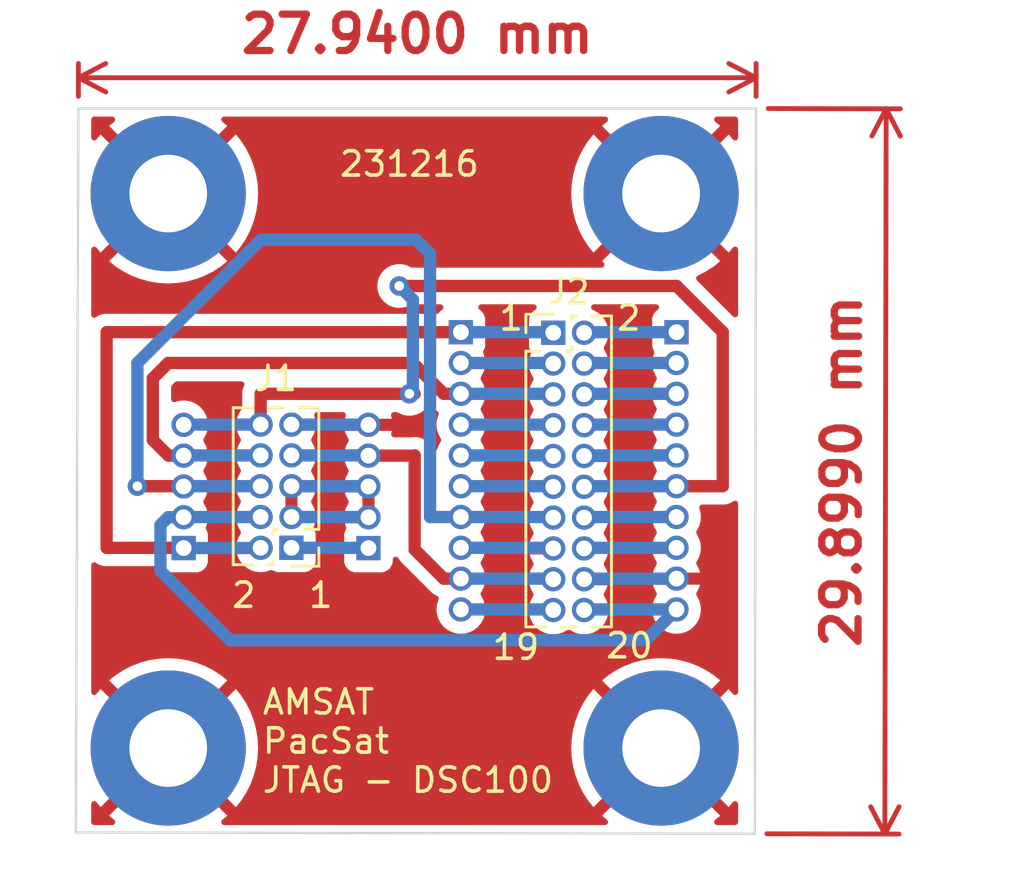
<source format=kicad_pcb>
(kicad_pcb (version 20221018) (generator pcbnew)
  (layers (0 "F.Cu" signal) (31 "B.Cu" signal) (34 "B.Paste" user) (35 "F.Paste" user) (36 "B.SilkS" user "B.Silkscreen") (37 "F.SilkS" user "F.Silkscreen") (38 "B.Mask" user) (39 "F.Mask" user) (44 "Edge.Cuts" user))
  (net 0 "")
  (net 1 "+3.3V")
  (net 2 "Net-(J1-Pin_2)")
  (net 3 "GND")
  (net 4 "Net-(J1-Pin_4)")
  (net 5 "Net-(J1-Pin_6)")
  (net 6 "Net-(J1-Pin_7)")
  (net 7 "Net-(J1-Pin_8)")
  (net 8 "Net-(J1-Pin_10)")
  (net 9 "Net-(J2-Pin_2)")
  (net 10 "Net-(J2-Pin_4)")
  (net 11 "Net-(J2-Pin_6)")
  (net 12 "Net-(J2-Pin_14)")
  (net 13 "Net-(J2-Pin_19)")
  (net 14 "Net-(J2-Pin_3)")
  (net 15 "Net-(J2-Pin_7)")
  (net 16 "Net-(J2-Pin_8)")
  (net 17 "Net-(J2-Pin_9)")
  (net 18 "Net-(J2-Pin_11)")
  (net 19 "Net-(J2-Pin_16)")
  (footprint "Connector_PinHeader_1.27mm:PinHeader_2x05_P1.27mm_Vertical" (layer "F.Cu") (at 92.60205 86.690231 180)
    (fp_text reference "J1" (at 0.635 6.985) (layer "F.SilkS"))
    (fp_text value "CONN_02X05")
    (fp_line (start -1.13 -0.76) (end 0 -0.76) (stroke (width 0.12)) (layer "F.SilkS"))
    (fp_line (start -1.13 0) (end -1.13 -0.76) (stroke (width 0.12)) (layer "F.SilkS"))
    (fp_line (start -1.13 0.76) (end -1.13 5.775) (stroke (width 0.12)) (layer "F.SilkS"))
    (fp_line (start -1.13 0.76) (end -0.563471 0.76) (stroke (width 0.12)) (layer "F.SilkS"))
    (fp_line (start -1.13 5.775) (end -0.30753 5.775) (stroke (width 0.12)) (layer "F.SilkS"))
    (fp_line (start 0.30753 5.775) (end 0.96247 5.775) (stroke (width 0.12)) (layer "F.SilkS"))
    (fp_line (start 0.563471 0.76) (end 0.706529 0.76) (stroke (width 0.12)) (layer "F.SilkS"))
    (fp_line (start 0.76 -0.695) (end 0.96247 -0.695) (stroke (width 0.12)) (layer "F.SilkS"))
    (fp_line (start 0.76 -0.563471) (end 0.76 -0.695) (stroke (width 0.12)) (layer "F.SilkS"))
    (fp_line (start 0.76 0.706529) (end 0.76 0.563471) (stroke (width 0.12)) (layer "F.SilkS"))
    (fp_line (start 1.57753 -0.695) (end 2.4 -0.695) (stroke (width 0.12)) (layer "F.SilkS"))
    (fp_line (start 1.57753 5.775) (end 2.4 5.775) (stroke (width 0.12)) (layer "F.SilkS"))
    (fp_line (start 2.4 -0.695) (end 2.4 5.775) (stroke (width 0.12)) (layer "F.SilkS"))
    (pad "1" thru_hole rect (at 0 0 180) (size 1 1) (drill 0.65) (layers "*.Cu" "*.Mask") (net 1 "+3.3V"))
    (pad "2" thru_hole oval (at 1.27 0 180) (size 1 1) (drill 0.65) (layers "*.Cu" "*.Mask") (net 2 "Net-(J1-Pin_2)"))
    (pad "3" thru_hole oval (at 0 1.27 180) (size 1 1) (drill 0.65) (layers "*.Cu" "*.Mask") (net 3 "GND"))
    (pad "4" thru_hole oval (at 1.27 1.27 180) (size 1 1) (drill 0.65) (layers "*.Cu" "*.Mask") (net 4 "Net-(J1-Pin_4)"))
    (pad "5" thru_hole oval (at 0 2.54 180) (size 1 1) (drill 0.65) (layers "*.Cu" "*.Mask") (net 3 "GND"))
    (pad "6" thru_hole oval (at 1.27 2.54 180) (size 1 1) (drill 0.65) (layers "*.Cu" "*.Mask") (net 5 "Net-(J1-Pin_6)"))
    (pad "7" thru_hole oval (at 0 3.81 180) (size 1 1) (drill 0.65) (layers "*.Cu" "*.Mask") (net 6 "Net-(J1-Pin_7)"))
    (pad "8" thru_hole oval (at 1.27 3.81 180) (size 1 1) (drill 0.65) (layers "*.Cu" "*.Mask") (net 7 "Net-(J1-Pin_8)"))
    (pad "9" thru_hole oval (at 0 5.08 180) (size 1 1) (drill 0.65) (layers "*.Cu" "*.Mask") (net 3 "GND"))
    (pad "10" thru_hole oval (at 1.27 5.08 180) (size 1 1) (drill 0.65) (layers "*.Cu" "*.Mask") (net 8 "Net-(J1-Pin_10)"))
  )
  (footprint "MountingHole:MountingHole_3.2mm_M3_Pad_TopBottom" (layer "F.Cu") (at 87.52205 94.945231)
    (fp_text reference "H4" hide)
    (fp_text value "MountingHole_Pad")
    (pad "1" thru_hole circle (at 0 0) (size 3.6 3.6) (drill 3.2) (layers "*.Cu" "*.Mask") (net 3 "GND"))
    (pad "1" connect circle (at 0 0) (size 6.4 6.4) (layers "F.Cu" "F.Mask") (net 3 "GND"))
    (pad "1" connect circle (at 0 0) (size 6.4 6.4) (layers "B.Cu" "B.Mask") (net 3 "GND"))
  )
  (footprint "MountingHole:MountingHole_3.2mm_M3_Pad_TopBottom" (layer "F.Cu") (at 107.84205 72.085231)
    (fp_text reference "H1" hide)
    (fp_text value "MountingHole_Pad" hide)
    (pad "1" thru_hole circle (at 0 0) (size 3.6 3.6) (drill 3.2) (layers "*.Cu" "*.Mask") (net 3 "GND"))
    (pad "1" connect circle (at 0 0) (size 6.4 6.4) (layers "F.Cu" "F.Mask") (net 3 "GND"))
    (pad "1" connect circle (at 0 0) (size 6.4 6.4) (layers "B.Cu" "B.Mask") (net 3 "GND"))
  )
  (footprint "Connector_PinHeader_1.27mm:PinHeader_1x05_P1.27mm_Vertical" (layer "F.Cu") (at 95.77705 86.700231 180)
    (fp_text reference "J3" hide)
    (fp_text value "Conn_01x05_Pin")
    (pad "1" thru_hole rect (at 0 0 180) (size 1 1) (drill 0.65) (layers "*.Cu" "*.Mask") (net 1 "+3.3V"))
    (pad "2" thru_hole oval (at 0 1.27 180) (size 1 1) (drill 0.65) (layers "*.Cu" "*.Mask") (net 3 "GND"))
    (pad "3" thru_hole oval (at 0 2.54 180) (size 1 1) (drill 0.65) (layers "*.Cu" "*.Mask") (net 3 "GND"))
    (pad "4" thru_hole oval (at 0 3.81 180) (size 1 1) (drill 0.65) (layers "*.Cu" "*.Mask") (net 6 "Net-(J1-Pin_7)"))
    (pad "5" thru_hole oval (at 0 5.08 180) (size 1 1) (drill 0.65) (layers "*.Cu" "*.Mask") (net 3 "GND"))
  )
  (footprint "Connector_PinHeader_1.27mm:PinHeader_1x10_P1.27mm_Vertical" (layer "F.Cu") (at 99.58705 77.800231)
    (fp_text reference "J5" hide)
    (fp_text value "Conn_01x10_Pin")
    (pad "1" thru_hole rect (at 0 0) (size 1 1) (drill 0.65) (layers "*.Cu" "*.Mask") (net 2 "Net-(J1-Pin_2)"))
    (pad "2" thru_hole oval (at 0 1.27) (size 1 1) (drill 0.65) (layers "*.Cu" "*.Mask") (net 14 "Net-(J2-Pin_3)"))
    (pad "3" thru_hole oval (at 0 2.54) (size 1 1) (drill 0.65) (layers "*.Cu" "*.Mask") (net 7 "Net-(J1-Pin_8)"))
    (pad "4" thru_hole oval (at 0 3.81) (size 1 1) (drill 0.65) (layers "*.Cu" "*.Mask") (net 15 "Net-(J2-Pin_7)"))
    (pad "5" thru_hole oval (at 0 5.08) (size 1 1) (drill 0.65) (layers "*.Cu" "*.Mask") (net 17 "Net-(J2-Pin_9)"))
    (pad "6" thru_hole oval (at 0 6.35) (size 1 1) (drill 0.65) (layers "*.Cu" "*.Mask") (net 18 "Net-(J2-Pin_11)"))
    (pad "7" thru_hole oval (at 0 7.62) (size 1 1) (drill 0.65) (layers "*.Cu" "*.Mask") (net 5 "Net-(J1-Pin_6)"))
    (pad "8" thru_hole oval (at 0 8.89) (size 1 1) (drill 0.65) (layers "*.Cu" "*.Mask") (net 3 "GND"))
    (pad "9" thru_hole oval (at 0 10.16) (size 1 1) (drill 0.65) (layers "*.Cu" "*.Mask") (net 6 "Net-(J1-Pin_7)"))
    (pad "10" thru_hole oval (at 0 11.43) (size 1 1) (drill 0.65) (layers "*.Cu" "*.Mask") (net 13 "Net-(J2-Pin_19)"))
  )
  (footprint "Connector_PinHeader_1.27mm:PinHeader_2x10_P1.27mm_Vertical" (layer "F.Cu") (at 103.395589 77.824201)
    (fp_text reference "J2" (at 0.635 -1.695) (layer "F.SilkS"))
    (fp_text value "CONN_02X05")
    (fp_line (start -1.13 -0.76) (end 0 -0.76) (stroke (width 0.12)) (layer "F.SilkS"))
    (fp_line (start -1.13 0) (end -1.13 -0.76) (stroke (width 0.12)) (layer "F.SilkS"))
    (fp_line (start -1.13 0.76) (end -1.13 12.125) (stroke (width 0.12)) (layer "F.SilkS"))
    (fp_line (start -1.13 0.76) (end -0.563471 0.76) (stroke (width 0.12)) (layer "F.SilkS"))
    (fp_line (start -1.13 12.125) (end -0.30753 12.125) (stroke (width 0.12)) (layer "F.SilkS"))
    (fp_line (start 0.30753 12.125) (end 0.96247 12.125) (stroke (width 0.12)) (layer "F.SilkS"))
    (fp_line (start 0.563471 0.76) (end 0.706529 0.76) (stroke (width 0.12)) (layer "F.SilkS"))
    (fp_line (start 0.76 -0.695) (end 0.96247 -0.695) (stroke (width 0.12)) (layer "F.SilkS"))
    (fp_line (start 0.76 -0.563471) (end 0.76 -0.695) (stroke (width 0.12)) (layer "F.SilkS"))
    (fp_line (start 0.76 0.706529) (end 0.76 0.563471) (stroke (width 0.12)) (layer "F.SilkS"))
    (fp_line (start 1.57753 -0.695) (end 2.4 -0.695) (stroke (width 0.12)) (layer "F.SilkS"))
    (fp_line (start 1.57753 12.125) (end 2.4 12.125) (stroke (width 0.12)) (layer "F.SilkS"))
    (fp_line (start 2.4 -0.695) (end 2.4 12.125) (stroke (width 0.12)) (layer "F.SilkS"))
    (pad "1" thru_hole rect (at 0 0) (size 1 1) (drill 0.65) (layers "*.Cu" "*.Mask") (net 2 "Net-(J1-Pin_2)"))
    (pad "2" thru_hole oval (at 1.27 0) (size 1 1) (drill 0.65) (layers "*.Cu" "*.Mask") (net 9 "Net-(J2-Pin_2)"))
    (pad "3" thru_hole oval (at 0 1.27) (size 1 1) (drill 0.65) (layers "*.Cu" "*.Mask") (net 14 "Net-(J2-Pin_3)"))
    (pad "4" thru_hole oval (at 1.27 1.27) (size 1 1) (drill 0.65) (layers "*.Cu" "*.Mask") (net 10 "Net-(J2-Pin_4)"))
    (pad "5" thru_hole oval (at 0 2.54) (size 1 1) (drill 0.65) (layers "*.Cu" "*.Mask") (net 7 "Net-(J1-Pin_8)"))
    (pad "6" thru_hole oval (at 1.27 2.54) (size 1 1) (drill 0.65) (layers "*.Cu" "*.Mask") (net 11 "Net-(J2-Pin_6)"))
    (pad "7" thru_hole oval (at 0 3.81) (size 1 1) (drill 0.65) (layers "*.Cu" "*.Mask") (net 15 "Net-(J2-Pin_7)"))
    (pad "8" thru_hole oval (at 1.27 3.81) (size 1 1) (drill 0.65) (layers "*.Cu" "*.Mask") (net 16 "Net-(J2-Pin_8)"))
    (pad "9" thru_hole oval (at 0 5.08) (size 1 1) (drill 0.65) (layers "*.Cu" "*.Mask") (net 17 "Net-(J2-Pin_9)"))
    (pad "10" thru_hole oval (at 1.27 5.08) (size 1 1) (drill 0.65) (layers "*.Cu" "*.Mask") (net 3 "GND"))
    (pad "11" thru_hole oval (at 0 6.35) (size 1 1) (drill 0.65) (layers "*.Cu" "*.Mask") (net 18 "Net-(J2-Pin_11)"))
    (pad "12" thru_hole oval (at 1.27 6.35) (size 1 1) (drill 0.65) (layers "*.Cu" "*.Mask") (net 8 "Net-(J1-Pin_10)"))
    (pad "13" thru_hole oval (at 0 7.62) (size 1 1) (drill 0.65) (layers "*.Cu" "*.Mask") (net 5 "Net-(J1-Pin_6)"))
    (pad "14" thru_hole oval (at 1.27 7.62) (size 1 1) (drill 0.65) (layers "*.Cu" "*.Mask") (net 12 "Net-(J2-Pin_14)"))
    (pad "15" thru_hole oval (at 0 8.89) (size 1 1) (drill 0.65) (layers "*.Cu" "*.Mask") (net 3 "GND"))
    (pad "16" thru_hole oval (at 1.27 8.89) (size 1 1) (drill 0.65) (layers "*.Cu" "*.Mask") (net 19 "Net-(J2-Pin_16)"))
    (pad "17" thru_hole oval (at 0 10.16) (size 1 1) (drill 0.65) (layers "*.Cu" "*.Mask") (net 6 "Net-(J1-Pin_7)"))
    (pad "18" thru_hole oval (at 1.27 10.16) (size 1 1) (drill 0.65) (layers "*.Cu" "*.Mask") (net 3 "GND"))
    (pad "19" thru_hole oval (at 0 11.43) (size 1 1) (drill 0.65) (layers "*.Cu" "*.Mask") (net 13 "Net-(J2-Pin_19)"))
    (pad "20" thru_hole oval (at 1.27 11.43) (size 1 1) (drill 0.65) (layers "*.Cu" "*.Mask") (net 4 "Net-(J1-Pin_4)"))
  )
  (footprint "Connector_PinHeader_1.27mm:PinHeader_1x05_P1.27mm_Vertical" (layer "F.Cu") (at 88.15705 86.69952 180)
    (fp_text reference "J4" hide)
    (fp_text value "Conn_01x05_Pin")
    (pad "1" thru_hole rect (at 0 0 180) (size 1 1) (drill 0.65) (layers "*.Cu" "*.Mask") (net 2 "Net-(J1-Pin_2)"))
    (pad "2" thru_hole oval (at 0 1.27 180) (size 1 1) (drill 0.65) (layers "*.Cu" "*.Mask") (net 4 "Net-(J1-Pin_4)"))
    (pad "3" thru_hole oval (at 0 2.54 180) (size 1 1) (drill 0.65) (layers "*.Cu" "*.Mask") (net 5 "Net-(J1-Pin_6)"))
    (pad "4" thru_hole oval (at 0 3.81 180) (size 1 1) (drill 0.65) (layers "*.Cu" "*.Mask") (net 7 "Net-(J1-Pin_8)"))
    (pad "5" thru_hole oval (at 0 5.08 180) (size 1 1) (drill 0.65) (layers "*.Cu" "*.Mask") (net 8 "Net-(J1-Pin_10)"))
  )
  (footprint "Connector_PinHeader_1.27mm:PinHeader_1x10_P1.27mm_Vertical" (layer "F.Cu") (at 108.47705 77.800231)
    (fp_text reference "J6" hide)
    (fp_text value "Conn_01x10_Pin")
    (pad "1" thru_hole rect (at 0 0) (size 1 1) (drill 0.65) (layers "*.Cu" "*.Mask") (net 9 "Net-(J2-Pin_2)"))
    (pad "2" thru_hole oval (at 0 1.27) (size 1 1) (drill 0.65) (layers "*.Cu" "*.Mask") (net 10 "Net-(J2-Pin_4)"))
    (pad "3" thru_hole oval (at 0 2.54) (size 1 1) (drill 0.65) (layers "*.Cu" "*.Mask") (net 11 "Net-(J2-Pin_6)"))
    (pad "4" thru_hole oval (at 0 3.81) (size 1 1) (drill 0.65) (layers "*.Cu" "*.Mask") (net 16 "Net-(J2-Pin_8)"))
    (pad "5" thru_hole oval (at 0 5.08) (size 1 1) (drill 0.65) (layers "*.Cu" "*.Mask") (net 3 "GND"))
    (pad "6" thru_hole oval (at 0 6.35) (size 1 1) (drill 0.65) (layers "*.Cu" "*.Mask") (net 8 "Net-(J1-Pin_10)"))
    (pad "7" thru_hole oval (at 0 7.62) (size 1 1) (drill 0.65) (layers "*.Cu" "*.Mask") (net 12 "Net-(J2-Pin_14)"))
    (pad "8" thru_hole oval (at 0 8.89) (size 1 1) (drill 0.65) (layers "*.Cu" "*.Mask") (net 19 "Net-(J2-Pin_16)"))
    (pad "9" thru_hole oval (at 0 10.16) (size 1 1) (drill 0.65) (layers "*.Cu" "*.Mask") (net 3 "GND"))
    (pad "10" thru_hole oval (at 0 11.43) (size 1 1) (drill 0.65) (layers "*.Cu" "*.Mask") (net 4 "Net-(J1-Pin_4)"))
  )
  (footprint "MountingHole:MountingHole_3.2mm_M3_Pad_TopBottom" (layer "F.Cu") (at 87.52205 72.085231)
    (fp_text reference "H3" hide)
    (fp_text value "MountingHole_Pad")
    (pad "1" thru_hole circle (at 0 0) (size 3.6 3.6) (drill 3.2) (layers "*.Cu" "*.Mask") (net 3 "GND"))
    (pad "1" connect circle (at 0 0) (size 6.4 6.4) (layers "F.Cu" "F.Mask") (net 3 "GND"))
    (pad "1" connect circle (at 0 0) (size 6.4 6.4) (layers "B.Cu" "B.Mask") (net 3 "GND"))
  )
  (footprint "MountingHole:MountingHole_3.2mm_M3_Pad_TopBottom" (layer "F.Cu") (at 107.84205 94.945231)
    (fp_text reference "H2" hide)
    (fp_text value "MountingHole_Pad")
    (pad "1" thru_hole circle (at 0 0) (size 3.6 3.6) (drill 3.2) (layers "*.Cu" "*.Mask") (net 3 "GND"))
    (pad "1" connect circle (at 0 0) (size 6.4 6.4) (layers "F.Cu" "F.Mask") (net 3 "GND"))
    (pad "1" connect circle (at 0 0) (size 6.4 6.4) (layers "B.Cu" "B.Mask") (net 3 "GND"))
  )
  (gr_line (start 111.76 68.58) (end 83.82 68.58) (stroke (width 0.1)) (layer "Edge.Cuts"))
  (gr_line (start 83.71205 98.425) (end 111.703485 98.478975) (stroke (width 0.1)) (layer "Edge.Cuts"))
  (gr_line (start 83.71205 98.425) (end 83.82 68.58) (stroke (width 0.1)) (layer "Edge.Cuts"))
  (gr_line (start 111.76 68.58) (end 111.703485 98.478975) (stroke (width 0.1)) (layer "Edge.Cuts"))
  (gr_text "20" (at 105.480287 91.310774) (layer "F.SilkS") (effects (font (size 1 1)) (justify left bottom)))
  (gr_text "19" (at 100.80496 91.375022) (layer "F.SilkS") (effects (font (size 1 1)) (justify left bottom)))
  (gr_text "2" (at 90.06205 89.230231) (layer "F.SilkS") (effects (font (size 1 1)) (justify left bottom)))
  (gr_text "1" (at 93.23705 89.230231) (layer "F.SilkS") (effects (font (size 1 1)) (justify left bottom)))
  (gr_text "2" (at 105.93705 77.800231) (layer "F.SilkS") (effects (font (size 1 1)) (justify left bottom)))
  (gr_text "1" (at 101.082912 77.80023) (layer "F.SilkS") (effects (font (size 1 1)) (justify left bottom)))
  (gr_text "AMSAT\nPacSat \nJTAG - DSC100" (at 91.33205 96.850231) (layer "F.SilkS") (effects (font (size 1 1)) (justify left bottom)))
  (gr_text "231216" (at 94.50705 71.450231) (layer "F.SilkS") (effects (font (size 1 1)) (justify left bottom)))
  (dimension (type aligned) (layer "F.Cu") (pts (xy 83.82 68.58) (xy 111.76 68.58)) (height -1.269999) (gr_text "27.9400 mm" (at 97.79 65.510001) (layer "F.Cu") (effects (font (size 1.5 1.5) (thickness 0.3)))) (format (prefix "") (suffix "") (units 3) (units_format 1) (precision 4)) (style (thickness 0.2) (arrow_length 1.27) (text_position_mode 0) (extension_height 0.58642) (extension_offset 0.5) keep_text_aligned))
  (dimension (type aligned) (layer "F.Cu") (pts (xy 111.76 68.58) (xy 111.703485 98.478975)) (height -5.361124) (gr_text "29.8990 mm" (at 115.292859 83.53622 89.89169782) (layer "F.Cu") (effects (font (size 1.5 1.5) (thickness 0.3)))) (format (prefix "") (suffix "") (units 3) (units_format 1) (precision 4)) (style (thickness 0.2) (arrow_length 1.27) (text_position_mode 0) (extension_height 0.58642) (extension_offset 0.5) keep_text_aligned))
  (segment (start 95.76705 86.690231) (end 95.77705 86.700231) (width 0.508) (layer "F.Cu") (net 1))
  (segment (start 92.60205 86.690231) (end 95.76705 86.690231) (width 0.508) (layer "B.Cu") (net 1))
  (segment (start 84.98205 77.800231) (end 99.58705 77.800231) (width 0.508) (layer "F.Cu") (net 2))
  (segment (start 84.98205 86.690231) (end 84.98205 77.800231) (width 0.508) (layer "F.Cu") (net 2))
  (segment (start 88.15705 86.69952) (end 88.147761 86.690231) (width 0.508) (layer "F.Cu") (net 2))
  (segment (start 88.147761 86.690231) (end 84.98205 86.690231) (width 0.508) (layer "F.Cu") (net 2))
  (segment (start 91.322761 86.69952) (end 91.33205 86.690231) (width 0.508) (layer "F.Cu") (net 2))
  (segment (start 99.58705 77.800231) (end 103.39705 77.800231) (width 0.508) (layer "B.Cu") (net 2))
  (segment (start 88.15705 86.69952) (end 91.322761 86.69952) (width 0.508) (layer "B.Cu") (net 2))
  (segment (start 95.76705 84.150231) (end 95.77705 84.160231) (width 0.508) (layer "F.Cu") (net 3))
  (segment (start 95.76705 81.610231) (end 95.77705 81.620231) (width 0.508) (layer "F.Cu") (net 3))
  (segment (start 95.76705 85.420231) (end 95.77705 85.430231) (width 0.508) (layer "F.Cu") (net 3))
  (segment (start 104.66705 82.880231) (end 108.47705 82.880231) (width 0.508) (layer "B.Cu") (net 3))
  (segment (start 108.47705 87.960231) (end 104.66705 87.960231) (width 0.508) (layer "B.Cu") (net 3))
  (segment (start 99.58705 86.690231) (end 103.39705 86.690231) (width 0.508) (layer "B.Cu") (net 3))
  (segment (start 92.60205 84.150231) (end 95.76705 84.150231) (width 0.508) (layer "B.Cu") (net 3))
  (segment (start 92.60205 85.420231) (end 95.76705 85.420231) (width 0.508) (layer "B.Cu") (net 3))
  (segment (start 92.60205 81.610231) (end 95.76705 81.610231) (width 0.508) (layer "B.Cu") (net 3))
  (segment (start 88.166339 85.420231) (end 88.15705 85.42952) (width 0.508) (layer "F.Cu") (net 4))
  (segment (start 90.06205 90.500231) (end 107.20705 90.500231) (width 0.508) (layer "B.Cu") (net 4))
  (segment (start 88.15705 85.42952) (end 87.51905 85.42952) (width 0.508) (layer "B.Cu") (net 4))
  (segment (start 87.51905 85.42952) (end 87.20305 85.74552) (width 0.508) (layer "B.Cu") (net 4))
  (segment (start 87.20305 87.641231) (end 90.06205 90.500231) (width 0.508) (layer "B.Cu") (net 4))
  (segment (start 107.20705 90.500231) (end 108.47705 89.230231) (width 0.508) (layer "B.Cu") (net 4))
  (segment (start 108.47705 89.230231) (end 104.66705 89.230231) (width 0.508) (layer "B.Cu") (net 4))
  (segment (start 91.33205 85.420231) (end 88.166339 85.420231) (width 0.508) (layer "B.Cu") (net 4))
  (segment (start 87.20305 85.74552) (end 87.20305 87.641231) (width 0.508) (layer "B.Cu") (net 4))
  (segment (start 88.147761 84.150231) (end 86.25205 84.150231) (width 0.508) (layer "F.Cu") (net 5))
  (segment (start 88.15705 84.15952) (end 88.147761 84.150231) (width 0.508) (layer "F.Cu") (net 5))
  (segment (start 88.166339 84.150231) (end 88.15705 84.15952) (width 0.508) (layer "F.Cu") (net 5))
  (via (at 86.25205 84.150231) (size 0.8) (drill 0.4) (layers "F.Cu" "B.Cu") (net 5))
  (segment (start 99.58705 85.420231) (end 98.31705 85.420231) (width 0.508) (layer "B.Cu") (net 5))
  (segment (start 86.25205 79.070231) (end 86.25205 84.150231) (width 0.508) (layer "B.Cu") (net 5))
  (segment (start 98.31705 85.420231) (end 98.31705 74.56297) (width 0.508) (layer "B.Cu") (net 5))
  (segment (start 97.744311 73.990231) (end 91.33205 73.990231) (width 0.508) (layer "B.Cu") (net 5))
  (segment (start 99.58705 85.420231) (end 103.39705 85.420231) (width 0.508) (layer "B.Cu") (net 5))
  (segment (start 91.33205 84.150231) (end 88.166339 84.150231) (width 0.508) (layer "B.Cu") (net 5))
  (segment (start 91.33205 73.990231) (end 86.25205 79.070231) (width 0.508) (layer "B.Cu") (net 5))
  (segment (start 98.31705 74.56297) (end 97.744311 73.990231) (width 0.508) (layer "B.Cu") (net 5))
  (segment (start 95.76705 82.880231) (end 95.77705 82.890231) (width 0.508) (layer "F.Cu") (net 6))
  (segment (start 97.67205 82.890231) (end 95.77705 82.890231) (width 0.508) (layer "F.Cu") (net 6))
  (segment (start 97.68205 86.762337) (end 97.68205 82.880231) (width 0.508) (layer "F.Cu") (net 6))
  (segment (start 99.58705 87.960231) (end 98.879944 87.960231) (width 0.508) (layer "F.Cu") (net 6))
  (segment (start 97.68205 82.880231) (end 97.67205 82.890231) (width 0.508) (layer "F.Cu") (net 6))
  (segment (start 98.879944 87.960231) (end 97.68205 86.762337) (width 0.508) (layer "F.Cu") (net 6))
  (segment (start 99.58705 87.960231) (end 103.39705 87.960231) (width 0.508) (layer "B.Cu") (net 6))
  (segment (start 92.60205 82.880231) (end 95.76705 82.880231) (width 0.508) (layer "B.Cu") (net 6))
  (segment (start 86.88705 79.705231) (end 86.88705 82.245231) (width 0.508) (layer "F.Cu") (net 7))
  (segment (start 88.166339 82.880231) (end 88.15705 82.88952) (width 0.508) (layer "F.Cu") (net 7))
  (segment (start 97.609944 79.070231) (end 87.52205 79.070231) (width 0.508) (layer "F.Cu") (net 7))
  (segment (start 99.58705 80.340231) (end 98.879944 80.340231) (width 0.508) (layer "F.Cu") (net 7))
  (segment (start 87.531339 82.88952) (end 88.15705 82.88952) (width 0.508) (layer "F.Cu") (net 7))
  (segment (start 87.52205 79.070231) (end 86.88705 79.705231) (width 0.508) (layer "F.Cu") (net 7))
  (segment (start 98.879944 80.340231) (end 97.609944 79.070231) (width 0.508) (layer "F.Cu") (net 7))
  (segment (start 86.88705 82.245231) (end 87.531339 82.88952) (width 0.508) (layer "F.Cu") (net 7))
  (segment (start 91.33205 82.880231) (end 88.166339 82.880231) (width 0.508) (layer "B.Cu") (net 7))
  (segment (start 99.58705 80.340231) (end 103.39705 80.340231) (width 0.508) (layer "B.Cu") (net 7))
  (segment (start 91.33205 81.610231) (end 91.33205 80.340231) (width 0.508) (layer "F.Cu") (net 8))
  (segment (start 88.166339 81.610231) (end 88.15705 81.61952) (width 0.508) (layer "F.Cu") (net 8))
  (segment (start 110.38205 84.150231) (end 108.47705 84.150231) (width 0.508) (layer "F.Cu") (net 8))
  (segment (start 97.04705 75.895231) (end 108.48005 75.895231) (width 0.508) (layer "F.Cu") (net 8))
  (segment (start 108.48005 75.895231) (end 110.38205 77.797231) (width 0.508) (layer "F.Cu") (net 8))
  (segment (start 110.38205 77.797231) (end 110.38205 84.150231) (width 0.508) (layer "F.Cu") (net 8))
  (segment (start 91.33205 80.340231) (end 97.68205 80.340231) (width 0.508) (layer "F.Cu") (net 8))
  (via (at 97.04705 75.895231) (size 0.8) (drill 0.4) (layers "F.Cu" "B.Cu") (net 8))
  (via (at 97.46355 80.340231) (size 0.8) (drill 0.4) (layers "F.Cu" "B.Cu") (net 8))
  (segment (start 97.60905 80.340231) (end 97.46355 80.340231) (width 0.508) (layer "B.Cu") (net 8))
  (segment (start 97.60905 76.457231) (end 97.60905 80.340231) (width 0.508) (layer "B.Cu") (net 8))
  (segment (start 91.33205 81.610231) (end 88.166339 81.610231) (width 0.508) (layer "B.Cu") (net 8))
  (segment (start 104.66705 84.150231) (end 108.47705 84.150231) (width 0.508) (layer "B.Cu") (net 8))
  (segment (start 97.04705 75.895231) (end 97.60905 76.457231) (width 0.508) (layer "B.Cu") (net 8))
  (segment (start 104.66705 77.800231) (end 108.47705 77.800231) (width 0.508) (layer "B.Cu") (net 9))
  (segment (start 104.66705 79.070231) (end 108.47705 79.070231) (width 0.508) (layer "B.Cu") (net 10))
  (segment (start 104.66705 80.340231) (end 108.47705 80.340231) (width 0.508) (layer "B.Cu") (net 11))
  (segment (start 104.66705 85.420231) (end 108.47705 85.420231) (width 0.508) (layer "B.Cu") (net 12))
  (segment (start 99.58705 89.230231) (end 103.39705 89.230231) (width 0.508) (layer "B.Cu") (net 13))
  (segment (start 99.58705 79.070231) (end 103.39705 79.070231) (width 0.508) (layer "B.Cu") (net 14))
  (segment (start 99.58705 81.610231) (end 103.39705 81.610231) (width 0.508) (layer "B.Cu") (net 15))
  (segment (start 104.66705 81.610231) (end 108.47705 81.610231) (width 0.508) (layer "B.Cu") (net 16))
  (segment (start 99.58705 82.880231) (end 103.39705 82.880231) (width 0.508) (layer "B.Cu") (net 17))
  (segment (start 99.58705 84.150231) (end 103.39705 84.150231) (width 0.508) (layer "B.Cu") (net 18))
  (segment (start 108.47705 86.690231) (end 104.66705 86.690231) (width 0.508) (layer "B.Cu") (net 19))
  (zone (net 3) (net_name "GND") (layer "F.Cu") (connect_pads (clearance 0.5)) (min_thickness 0.25) (fill yes (thermal_gap 0.5) (thermal_bridge_width 0.5))
    (polygon (pts (xy 84.34705 68.910231) (xy 111.01705 68.910231) (xy 111.01705 98.120231) (xy 84.34705 98.120231)))
  )
)
</source>
